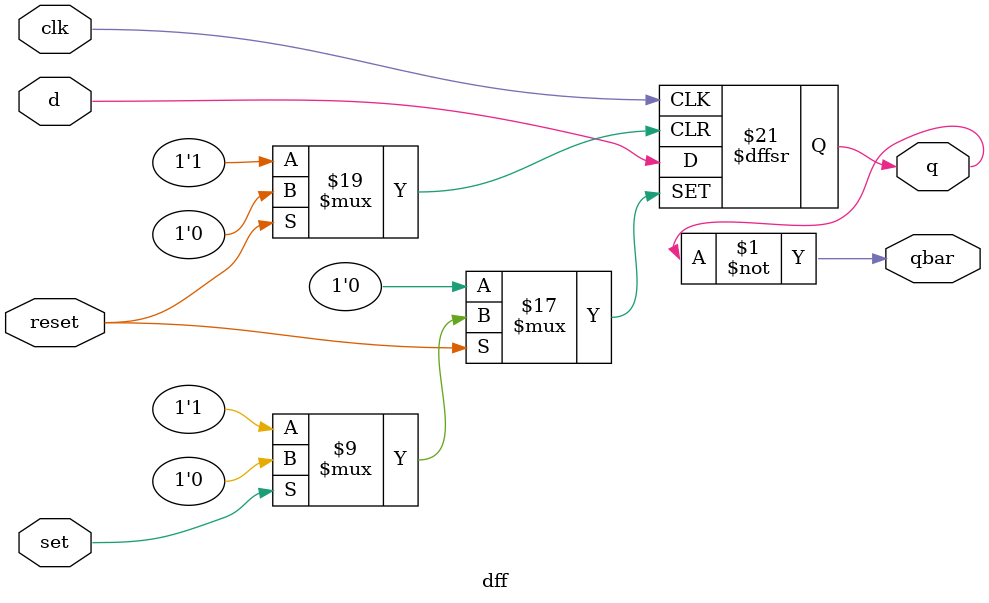
<source format=v>
module dff(q,qbar,d,set,reset,clk);
input d,set,reset,clk;
output reg q; output qbar;

assign qbar = ~q;

always @ (posedge clk or negedge set or negedge reset)
begin
    if (reset==0) q<=0;
    else if (set==0) q<=1;
    else q<=d;
end
endmodule
</source>
